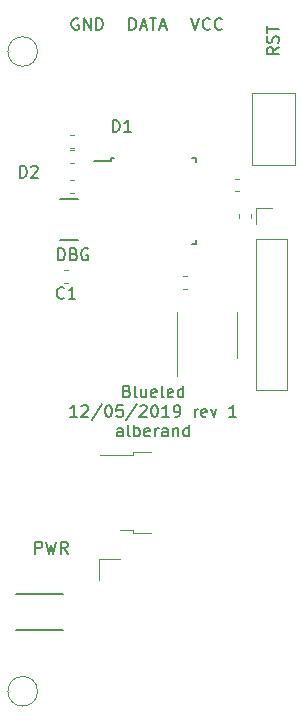
<source format=gbr>
G04 #@! TF.GenerationSoftware,KiCad,Pcbnew,5.1.4*
G04 #@! TF.CreationDate,2019-09-01T18:38:05+02:00*
G04 #@! TF.ProjectId,blueled,626c7565-6c65-4642-9e6b-696361645f70,rev?*
G04 #@! TF.SameCoordinates,Original*
G04 #@! TF.FileFunction,Legend,Top*
G04 #@! TF.FilePolarity,Positive*
%FSLAX46Y46*%
G04 Gerber Fmt 4.6, Leading zero omitted, Abs format (unit mm)*
G04 Created by KiCad (PCBNEW 5.1.4) date 2019-09-01 18:38:05*
%MOMM*%
%LPD*%
G04 APERTURE LIST*
%ADD10C,0.150000*%
%ADD11C,0.120000*%
G04 APERTURE END LIST*
D10*
X151201714Y-130358571D02*
X151344571Y-130406190D01*
X151392190Y-130453809D01*
X151439809Y-130549047D01*
X151439809Y-130691904D01*
X151392190Y-130787142D01*
X151344571Y-130834761D01*
X151249333Y-130882380D01*
X150868380Y-130882380D01*
X150868380Y-129882380D01*
X151201714Y-129882380D01*
X151296952Y-129930000D01*
X151344571Y-129977619D01*
X151392190Y-130072857D01*
X151392190Y-130168095D01*
X151344571Y-130263333D01*
X151296952Y-130310952D01*
X151201714Y-130358571D01*
X150868380Y-130358571D01*
X152011238Y-130882380D02*
X151916000Y-130834761D01*
X151868380Y-130739523D01*
X151868380Y-129882380D01*
X152820761Y-130215714D02*
X152820761Y-130882380D01*
X152392190Y-130215714D02*
X152392190Y-130739523D01*
X152439809Y-130834761D01*
X152535047Y-130882380D01*
X152677904Y-130882380D01*
X152773142Y-130834761D01*
X152820761Y-130787142D01*
X153677904Y-130834761D02*
X153582666Y-130882380D01*
X153392190Y-130882380D01*
X153296952Y-130834761D01*
X153249333Y-130739523D01*
X153249333Y-130358571D01*
X153296952Y-130263333D01*
X153392190Y-130215714D01*
X153582666Y-130215714D01*
X153677904Y-130263333D01*
X153725523Y-130358571D01*
X153725523Y-130453809D01*
X153249333Y-130549047D01*
X154296952Y-130882380D02*
X154201714Y-130834761D01*
X154154095Y-130739523D01*
X154154095Y-129882380D01*
X155058857Y-130834761D02*
X154963619Y-130882380D01*
X154773142Y-130882380D01*
X154677904Y-130834761D01*
X154630285Y-130739523D01*
X154630285Y-130358571D01*
X154677904Y-130263333D01*
X154773142Y-130215714D01*
X154963619Y-130215714D01*
X155058857Y-130263333D01*
X155106476Y-130358571D01*
X155106476Y-130453809D01*
X154630285Y-130549047D01*
X155963619Y-130882380D02*
X155963619Y-129882380D01*
X155963619Y-130834761D02*
X155868380Y-130882380D01*
X155677904Y-130882380D01*
X155582666Y-130834761D01*
X155535047Y-130787142D01*
X155487428Y-130691904D01*
X155487428Y-130406190D01*
X155535047Y-130310952D01*
X155582666Y-130263333D01*
X155677904Y-130215714D01*
X155868380Y-130215714D01*
X155963619Y-130263333D01*
X146963619Y-132532380D02*
X146392190Y-132532380D01*
X146677904Y-132532380D02*
X146677904Y-131532380D01*
X146582666Y-131675238D01*
X146487428Y-131770476D01*
X146392190Y-131818095D01*
X147344571Y-131627619D02*
X147392190Y-131580000D01*
X147487428Y-131532380D01*
X147725523Y-131532380D01*
X147820761Y-131580000D01*
X147868380Y-131627619D01*
X147916000Y-131722857D01*
X147916000Y-131818095D01*
X147868380Y-131960952D01*
X147296952Y-132532380D01*
X147916000Y-132532380D01*
X149058857Y-131484761D02*
X148201714Y-132770476D01*
X149582666Y-131532380D02*
X149677904Y-131532380D01*
X149773142Y-131580000D01*
X149820761Y-131627619D01*
X149868380Y-131722857D01*
X149916000Y-131913333D01*
X149916000Y-132151428D01*
X149868380Y-132341904D01*
X149820761Y-132437142D01*
X149773142Y-132484761D01*
X149677904Y-132532380D01*
X149582666Y-132532380D01*
X149487428Y-132484761D01*
X149439809Y-132437142D01*
X149392190Y-132341904D01*
X149344571Y-132151428D01*
X149344571Y-131913333D01*
X149392190Y-131722857D01*
X149439809Y-131627619D01*
X149487428Y-131580000D01*
X149582666Y-131532380D01*
X150820761Y-131532380D02*
X150344571Y-131532380D01*
X150296952Y-132008571D01*
X150344571Y-131960952D01*
X150439809Y-131913333D01*
X150677904Y-131913333D01*
X150773142Y-131960952D01*
X150820761Y-132008571D01*
X150868380Y-132103809D01*
X150868380Y-132341904D01*
X150820761Y-132437142D01*
X150773142Y-132484761D01*
X150677904Y-132532380D01*
X150439809Y-132532380D01*
X150344571Y-132484761D01*
X150296952Y-132437142D01*
X152011238Y-131484761D02*
X151154095Y-132770476D01*
X152296952Y-131627619D02*
X152344571Y-131580000D01*
X152439809Y-131532380D01*
X152677904Y-131532380D01*
X152773142Y-131580000D01*
X152820761Y-131627619D01*
X152868380Y-131722857D01*
X152868380Y-131818095D01*
X152820761Y-131960952D01*
X152249333Y-132532380D01*
X152868380Y-132532380D01*
X153487428Y-131532380D02*
X153582666Y-131532380D01*
X153677904Y-131580000D01*
X153725523Y-131627619D01*
X153773142Y-131722857D01*
X153820761Y-131913333D01*
X153820761Y-132151428D01*
X153773142Y-132341904D01*
X153725523Y-132437142D01*
X153677904Y-132484761D01*
X153582666Y-132532380D01*
X153487428Y-132532380D01*
X153392190Y-132484761D01*
X153344571Y-132437142D01*
X153296952Y-132341904D01*
X153249333Y-132151428D01*
X153249333Y-131913333D01*
X153296952Y-131722857D01*
X153344571Y-131627619D01*
X153392190Y-131580000D01*
X153487428Y-131532380D01*
X154773142Y-132532380D02*
X154201714Y-132532380D01*
X154487428Y-132532380D02*
X154487428Y-131532380D01*
X154392190Y-131675238D01*
X154296952Y-131770476D01*
X154201714Y-131818095D01*
X155249333Y-132532380D02*
X155439809Y-132532380D01*
X155535047Y-132484761D01*
X155582666Y-132437142D01*
X155677904Y-132294285D01*
X155725523Y-132103809D01*
X155725523Y-131722857D01*
X155677904Y-131627619D01*
X155630285Y-131580000D01*
X155535047Y-131532380D01*
X155344571Y-131532380D01*
X155249333Y-131580000D01*
X155201714Y-131627619D01*
X155154095Y-131722857D01*
X155154095Y-131960952D01*
X155201714Y-132056190D01*
X155249333Y-132103809D01*
X155344571Y-132151428D01*
X155535047Y-132151428D01*
X155630285Y-132103809D01*
X155677904Y-132056190D01*
X155725523Y-131960952D01*
X156916000Y-132532380D02*
X156916000Y-131865714D01*
X156916000Y-132056190D02*
X156963619Y-131960952D01*
X157011238Y-131913333D01*
X157106476Y-131865714D01*
X157201714Y-131865714D01*
X157916000Y-132484761D02*
X157820761Y-132532380D01*
X157630285Y-132532380D01*
X157535047Y-132484761D01*
X157487428Y-132389523D01*
X157487428Y-132008571D01*
X157535047Y-131913333D01*
X157630285Y-131865714D01*
X157820761Y-131865714D01*
X157916000Y-131913333D01*
X157963619Y-132008571D01*
X157963619Y-132103809D01*
X157487428Y-132199047D01*
X158296952Y-131865714D02*
X158535047Y-132532380D01*
X158773142Y-131865714D01*
X160439809Y-132532380D02*
X159868380Y-132532380D01*
X160154095Y-132532380D02*
X160154095Y-131532380D01*
X160058857Y-131675238D01*
X159963619Y-131770476D01*
X159868380Y-131818095D01*
X150820761Y-134182380D02*
X150820761Y-133658571D01*
X150773142Y-133563333D01*
X150677904Y-133515714D01*
X150487428Y-133515714D01*
X150392190Y-133563333D01*
X150820761Y-134134761D02*
X150725523Y-134182380D01*
X150487428Y-134182380D01*
X150392190Y-134134761D01*
X150344571Y-134039523D01*
X150344571Y-133944285D01*
X150392190Y-133849047D01*
X150487428Y-133801428D01*
X150725523Y-133801428D01*
X150820761Y-133753809D01*
X151439809Y-134182380D02*
X151344571Y-134134761D01*
X151296952Y-134039523D01*
X151296952Y-133182380D01*
X151820761Y-134182380D02*
X151820761Y-133182380D01*
X151820761Y-133563333D02*
X151916000Y-133515714D01*
X152106476Y-133515714D01*
X152201714Y-133563333D01*
X152249333Y-133610952D01*
X152296952Y-133706190D01*
X152296952Y-133991904D01*
X152249333Y-134087142D01*
X152201714Y-134134761D01*
X152106476Y-134182380D01*
X151916000Y-134182380D01*
X151820761Y-134134761D01*
X153106476Y-134134761D02*
X153011238Y-134182380D01*
X152820761Y-134182380D01*
X152725523Y-134134761D01*
X152677904Y-134039523D01*
X152677904Y-133658571D01*
X152725523Y-133563333D01*
X152820761Y-133515714D01*
X153011238Y-133515714D01*
X153106476Y-133563333D01*
X153154095Y-133658571D01*
X153154095Y-133753809D01*
X152677904Y-133849047D01*
X153582666Y-134182380D02*
X153582666Y-133515714D01*
X153582666Y-133706190D02*
X153630285Y-133610952D01*
X153677904Y-133563333D01*
X153773142Y-133515714D01*
X153868380Y-133515714D01*
X154630285Y-134182380D02*
X154630285Y-133658571D01*
X154582666Y-133563333D01*
X154487428Y-133515714D01*
X154296952Y-133515714D01*
X154201714Y-133563333D01*
X154630285Y-134134761D02*
X154535047Y-134182380D01*
X154296952Y-134182380D01*
X154201714Y-134134761D01*
X154154095Y-134039523D01*
X154154095Y-133944285D01*
X154201714Y-133849047D01*
X154296952Y-133801428D01*
X154535047Y-133801428D01*
X154630285Y-133753809D01*
X155106476Y-133515714D02*
X155106476Y-134182380D01*
X155106476Y-133610952D02*
X155154095Y-133563333D01*
X155249333Y-133515714D01*
X155392190Y-133515714D01*
X155487428Y-133563333D01*
X155535047Y-133658571D01*
X155535047Y-134182380D01*
X156439809Y-134182380D02*
X156439809Y-133182380D01*
X156439809Y-134134761D02*
X156344571Y-134182380D01*
X156154095Y-134182380D01*
X156058857Y-134134761D01*
X156011238Y-134087142D01*
X155963619Y-133991904D01*
X155963619Y-133706190D01*
X156011238Y-133610952D01*
X156058857Y-133563333D01*
X156154095Y-133515714D01*
X156344571Y-133515714D01*
X156439809Y-133563333D01*
X141780000Y-150558000D02*
X145780000Y-150558000D01*
X141780000Y-147558000D02*
X145780000Y-147558000D01*
D11*
X148830000Y-146305500D02*
X148830000Y-144565500D01*
X148830000Y-144565500D02*
X150570000Y-144565500D01*
X155428000Y-125603000D02*
X155428000Y-129053000D01*
X155428000Y-125603000D02*
X155428000Y-123653000D01*
X160548000Y-125603000D02*
X160548000Y-127553000D01*
X160548000Y-125603000D02*
X160548000Y-123653000D01*
D10*
X149809800Y-110832000D02*
X148384800Y-110832000D01*
X157059800Y-110607000D02*
X156734800Y-110607000D01*
X157059800Y-117857000D02*
X156734800Y-117857000D01*
X149809800Y-110607000D02*
X150134800Y-110607000D01*
X157059800Y-117857000D02*
X157059800Y-117532000D01*
X157059800Y-110607000D02*
X157059800Y-110932000D01*
X149809800Y-110607000D02*
X149809800Y-110832000D01*
D11*
X165386000Y-111246000D02*
X161766000Y-111246000D01*
X165386000Y-105126000D02*
X165386000Y-111246000D01*
X161766000Y-105126000D02*
X165386000Y-105126000D01*
X161766000Y-111246000D02*
X161766000Y-105126000D01*
X162119000Y-114875000D02*
X163449000Y-114875000D01*
X162119000Y-116205000D02*
X162119000Y-114875000D01*
X162119000Y-117475000D02*
X164779000Y-117475000D01*
X164779000Y-117475000D02*
X164779000Y-130235000D01*
X162119000Y-117475000D02*
X162119000Y-130235000D01*
X162119000Y-130235000D02*
X164779000Y-130235000D01*
X151708000Y-142118000D02*
X150608000Y-142118000D01*
X151708000Y-142388000D02*
X151708000Y-142118000D01*
X153208000Y-142388000D02*
X151708000Y-142388000D01*
X151708000Y-135758000D02*
X148878000Y-135758000D01*
X151708000Y-135488000D02*
X151708000Y-135758000D01*
X153208000Y-135488000D02*
X151708000Y-135488000D01*
X143618000Y-101600000D02*
G75*
G03X143618000Y-101600000I-1251000J0D01*
G01*
X143618000Y-155765500D02*
G75*
G03X143618000Y-155765500I-1251000J0D01*
G01*
D10*
X145554000Y-117574000D02*
X147054000Y-117574000D01*
X145554000Y-114074000D02*
X147054000Y-114074000D01*
D11*
X146221267Y-121160000D02*
X145878733Y-121160000D01*
X146221267Y-120140000D02*
X145878733Y-120140000D01*
X161673000Y-115677767D02*
X161673000Y-115335233D01*
X160653000Y-115677767D02*
X160653000Y-115335233D01*
X160356733Y-112393000D02*
X160699267Y-112393000D01*
X160356733Y-113413000D02*
X160699267Y-113413000D01*
X146729267Y-112520000D02*
X146386733Y-112520000D01*
X146729267Y-113540000D02*
X146386733Y-113540000D01*
X146729267Y-111000000D02*
X146386733Y-111000000D01*
X146729267Y-109980000D02*
X146386733Y-109980000D01*
X146386733Y-109730000D02*
X146729267Y-109730000D01*
X146386733Y-108710000D02*
X146729267Y-108710000D01*
X156268267Y-121668000D02*
X155925733Y-121668000D01*
X156268267Y-120648000D02*
X155925733Y-120648000D01*
D10*
X150010904Y-108402380D02*
X150010904Y-107402380D01*
X150249000Y-107402380D01*
X150391857Y-107450000D01*
X150487095Y-107545238D01*
X150534714Y-107640476D01*
X150582333Y-107830952D01*
X150582333Y-107973809D01*
X150534714Y-108164285D01*
X150487095Y-108259523D01*
X150391857Y-108354761D01*
X150249000Y-108402380D01*
X150010904Y-108402380D01*
X151534714Y-108402380D02*
X150963285Y-108402380D01*
X151249000Y-108402380D02*
X151249000Y-107402380D01*
X151153761Y-107545238D01*
X151058523Y-107640476D01*
X150963285Y-107688095D01*
X142136904Y-112275880D02*
X142136904Y-111275880D01*
X142375000Y-111275880D01*
X142517857Y-111323500D01*
X142613095Y-111418738D01*
X142660714Y-111513976D01*
X142708333Y-111704452D01*
X142708333Y-111847309D01*
X142660714Y-112037785D01*
X142613095Y-112133023D01*
X142517857Y-112228261D01*
X142375000Y-112275880D01*
X142136904Y-112275880D01*
X143089285Y-111371119D02*
X143136904Y-111323500D01*
X143232142Y-111275880D01*
X143470238Y-111275880D01*
X143565476Y-111323500D01*
X143613095Y-111371119D01*
X143660714Y-111466357D01*
X143660714Y-111561595D01*
X143613095Y-111704452D01*
X143041666Y-112275880D01*
X143660714Y-112275880D01*
X143446666Y-144110380D02*
X143446666Y-143110380D01*
X143827619Y-143110380D01*
X143922857Y-143158000D01*
X143970476Y-143205619D01*
X144018095Y-143300857D01*
X144018095Y-143443714D01*
X143970476Y-143538952D01*
X143922857Y-143586571D01*
X143827619Y-143634190D01*
X143446666Y-143634190D01*
X144351428Y-143110380D02*
X144589523Y-144110380D01*
X144780000Y-143396095D01*
X144970476Y-144110380D01*
X145208571Y-143110380D01*
X146160952Y-144110380D02*
X145827619Y-143634190D01*
X145589523Y-144110380D02*
X145589523Y-143110380D01*
X145970476Y-143110380D01*
X146065714Y-143158000D01*
X146113333Y-143205619D01*
X146160952Y-143300857D01*
X146160952Y-143443714D01*
X146113333Y-143538952D01*
X146065714Y-143586571D01*
X145970476Y-143634190D01*
X145589523Y-143634190D01*
X156654666Y-98766380D02*
X156988000Y-99766380D01*
X157321333Y-98766380D01*
X158226095Y-99671142D02*
X158178476Y-99718761D01*
X158035619Y-99766380D01*
X157940380Y-99766380D01*
X157797523Y-99718761D01*
X157702285Y-99623523D01*
X157654666Y-99528285D01*
X157607047Y-99337809D01*
X157607047Y-99194952D01*
X157654666Y-99004476D01*
X157702285Y-98909238D01*
X157797523Y-98814000D01*
X157940380Y-98766380D01*
X158035619Y-98766380D01*
X158178476Y-98814000D01*
X158226095Y-98861619D01*
X159226095Y-99671142D02*
X159178476Y-99718761D01*
X159035619Y-99766380D01*
X158940380Y-99766380D01*
X158797523Y-99718761D01*
X158702285Y-99623523D01*
X158654666Y-99528285D01*
X158607047Y-99337809D01*
X158607047Y-99194952D01*
X158654666Y-99004476D01*
X158702285Y-98909238D01*
X158797523Y-98814000D01*
X158940380Y-98766380D01*
X159035619Y-98766380D01*
X159178476Y-98814000D01*
X159226095Y-98861619D01*
X151408000Y-99766380D02*
X151408000Y-98766380D01*
X151646095Y-98766380D01*
X151788952Y-98814000D01*
X151884190Y-98909238D01*
X151931809Y-99004476D01*
X151979428Y-99194952D01*
X151979428Y-99337809D01*
X151931809Y-99528285D01*
X151884190Y-99623523D01*
X151788952Y-99718761D01*
X151646095Y-99766380D01*
X151408000Y-99766380D01*
X152360380Y-99480666D02*
X152836571Y-99480666D01*
X152265142Y-99766380D02*
X152598476Y-98766380D01*
X152931809Y-99766380D01*
X153122285Y-98766380D02*
X153693714Y-98766380D01*
X153408000Y-99766380D02*
X153408000Y-98766380D01*
X153979428Y-99480666D02*
X154455619Y-99480666D01*
X153884190Y-99766380D02*
X154217523Y-98766380D01*
X154550857Y-99766380D01*
X147066095Y-98814000D02*
X146970857Y-98766380D01*
X146828000Y-98766380D01*
X146685142Y-98814000D01*
X146589904Y-98909238D01*
X146542285Y-99004476D01*
X146494666Y-99194952D01*
X146494666Y-99337809D01*
X146542285Y-99528285D01*
X146589904Y-99623523D01*
X146685142Y-99718761D01*
X146828000Y-99766380D01*
X146923238Y-99766380D01*
X147066095Y-99718761D01*
X147113714Y-99671142D01*
X147113714Y-99337809D01*
X146923238Y-99337809D01*
X147542285Y-99766380D02*
X147542285Y-98766380D01*
X148113714Y-99766380D01*
X148113714Y-98766380D01*
X148589904Y-99766380D02*
X148589904Y-98766380D01*
X148828000Y-98766380D01*
X148970857Y-98814000D01*
X149066095Y-98909238D01*
X149113714Y-99004476D01*
X149161333Y-99194952D01*
X149161333Y-99337809D01*
X149113714Y-99528285D01*
X149066095Y-99623523D01*
X148970857Y-99718761D01*
X148828000Y-99766380D01*
X148589904Y-99766380D01*
X145363095Y-119270380D02*
X145363095Y-118270380D01*
X145601190Y-118270380D01*
X145744047Y-118318000D01*
X145839285Y-118413238D01*
X145886904Y-118508476D01*
X145934523Y-118698952D01*
X145934523Y-118841809D01*
X145886904Y-119032285D01*
X145839285Y-119127523D01*
X145744047Y-119222761D01*
X145601190Y-119270380D01*
X145363095Y-119270380D01*
X146696428Y-118746571D02*
X146839285Y-118794190D01*
X146886904Y-118841809D01*
X146934523Y-118937047D01*
X146934523Y-119079904D01*
X146886904Y-119175142D01*
X146839285Y-119222761D01*
X146744047Y-119270380D01*
X146363095Y-119270380D01*
X146363095Y-118270380D01*
X146696428Y-118270380D01*
X146791666Y-118318000D01*
X146839285Y-118365619D01*
X146886904Y-118460857D01*
X146886904Y-118556095D01*
X146839285Y-118651333D01*
X146791666Y-118698952D01*
X146696428Y-118746571D01*
X146363095Y-118746571D01*
X147886904Y-118318000D02*
X147791666Y-118270380D01*
X147648809Y-118270380D01*
X147505952Y-118318000D01*
X147410714Y-118413238D01*
X147363095Y-118508476D01*
X147315476Y-118698952D01*
X147315476Y-118841809D01*
X147363095Y-119032285D01*
X147410714Y-119127523D01*
X147505952Y-119222761D01*
X147648809Y-119270380D01*
X147744047Y-119270380D01*
X147886904Y-119222761D01*
X147934523Y-119175142D01*
X147934523Y-118841809D01*
X147744047Y-118841809D01*
X164028380Y-101233619D02*
X163552190Y-101566952D01*
X164028380Y-101805047D02*
X163028380Y-101805047D01*
X163028380Y-101424095D01*
X163076000Y-101328857D01*
X163123619Y-101281238D01*
X163218857Y-101233619D01*
X163361714Y-101233619D01*
X163456952Y-101281238D01*
X163504571Y-101328857D01*
X163552190Y-101424095D01*
X163552190Y-101805047D01*
X163980761Y-100852666D02*
X164028380Y-100709809D01*
X164028380Y-100471714D01*
X163980761Y-100376476D01*
X163933142Y-100328857D01*
X163837904Y-100281238D01*
X163742666Y-100281238D01*
X163647428Y-100328857D01*
X163599809Y-100376476D01*
X163552190Y-100471714D01*
X163504571Y-100662190D01*
X163456952Y-100757428D01*
X163409333Y-100805047D01*
X163314095Y-100852666D01*
X163218857Y-100852666D01*
X163123619Y-100805047D01*
X163076000Y-100757428D01*
X163028380Y-100662190D01*
X163028380Y-100424095D01*
X163076000Y-100281238D01*
X163028380Y-99995523D02*
X163028380Y-99424095D01*
X164028380Y-99709809D02*
X163028380Y-99709809D01*
X145883333Y-122437142D02*
X145835714Y-122484761D01*
X145692857Y-122532380D01*
X145597619Y-122532380D01*
X145454761Y-122484761D01*
X145359523Y-122389523D01*
X145311904Y-122294285D01*
X145264285Y-122103809D01*
X145264285Y-121960952D01*
X145311904Y-121770476D01*
X145359523Y-121675238D01*
X145454761Y-121580000D01*
X145597619Y-121532380D01*
X145692857Y-121532380D01*
X145835714Y-121580000D01*
X145883333Y-121627619D01*
X146835714Y-122532380D02*
X146264285Y-122532380D01*
X146550000Y-122532380D02*
X146550000Y-121532380D01*
X146454761Y-121675238D01*
X146359523Y-121770476D01*
X146264285Y-121818095D01*
M02*

</source>
